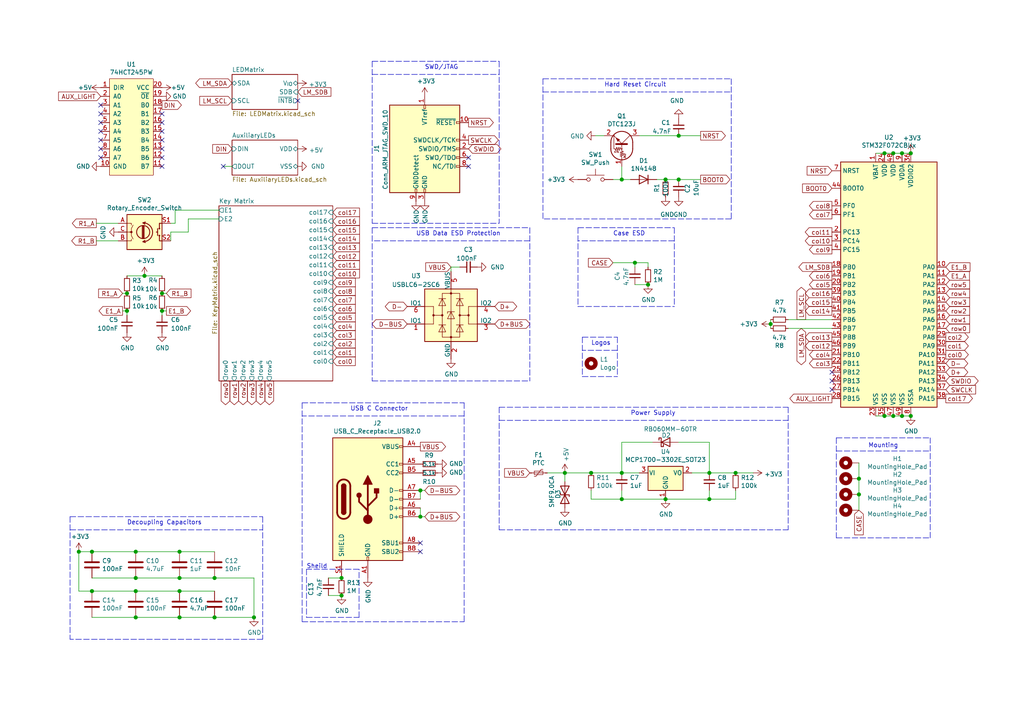
<source format=kicad_sch>
(kicad_sch (version 20211123) (generator eeschema)
  (paper "A4")
  (junction (at 46.99 85.09) (diameter 1.016))
  (junction (at 163.83 137.16) (diameter 1.016))
  (junction (at 261.62 120.65) (diameter 1.016))
  (junction (at 196.85 52.07) (diameter 1.016))
  (junction (at 256.54 44.45) (diameter 1.016))
  (junction (at 196.85 39.37) (diameter 1.016))
  (junction (at 249.1232 143.4084) (diameter 1.016))
  (junction (at 99.06 172.72) (diameter 1.016))
  (junction (at 52.07 160.02) (diameter 1.016))
  (junction (at 256.54 120.65) (diameter 1.016))
  (junction (at 39.37 179.07) (diameter 1.016))
  (junction (at 264.16 120.65) (diameter 1.016))
  (junction (at 193.04 144.78) (diameter 1.016))
  (junction (at 62.23 167.64) (diameter 1.016))
  (junction (at 264.16 44.45) (diameter 1.016))
  (junction (at 99.06 167.64) (diameter 1.016))
  (junction (at 180.34 144.78) (diameter 1.016))
  (junction (at 52.07 171.45) (diameter 1.016))
  (junction (at 52.07 179.07) (diameter 1.016))
  (junction (at 223.52 93.98) (diameter 1.016))
  (junction (at 39.37 171.45) (diameter 1.016))
  (junction (at 26.67 160.02) (diameter 1.016))
  (junction (at 259.08 44.45) (diameter 1.016))
  (junction (at 41.91 80.01) (diameter 1.016))
  (junction (at 180.34 52.07) (diameter 1.016))
  (junction (at 205.74 137.16) (diameter 1.016))
  (junction (at 22.86 160.02) (diameter 1.016))
  (junction (at 121.92 142.24) (diameter 1.016))
  (junction (at 193.04 52.07) (diameter 1.016))
  (junction (at 121.92 149.86) (diameter 1.016))
  (junction (at 26.67 171.45) (diameter 1.016))
  (junction (at 180.34 137.16) (diameter 1.016))
  (junction (at 73.66 179.07) (diameter 1.016))
  (junction (at 39.37 160.02) (diameter 1.016))
  (junction (at 39.37 167.64) (diameter 1.016))
  (junction (at 46.99 90.17) (diameter 1.016))
  (junction (at 171.45 137.16) (diameter 1.016))
  (junction (at 184.15 76.2) (diameter 1.016))
  (junction (at 205.74 144.78) (diameter 1.016))
  (junction (at 213.36 137.16) (diameter 1.016))
  (junction (at 62.23 179.07) (diameter 1.016))
  (junction (at 249.1232 138.8364) (diameter 1.016))
  (junction (at 52.07 167.64) (diameter 1.016))
  (junction (at 36.83 85.09) (diameter 1.016))
  (junction (at 259.08 120.65) (diameter 1.016))
  (junction (at 36.83 90.17) (diameter 1.016))
  (junction (at 261.62 44.45) (diameter 1.016))
  (junction (at 187.96 82.55) (diameter 1.016))
  (no_connect (at 46.99 48.26))
  (no_connect (at 121.92 160.02))
  (no_connect (at 46.99 43.18))
  (no_connect (at 46.99 40.64))
  (no_connect (at 29.21 30.48))
  (no_connect (at 135.89 45.72))
  (no_connect (at 46.99 38.1))
  (no_connect (at 64.77 48.26))
  (no_connect (at 46.99 33.02))
  (no_connect (at 86.36 29.21))
  (no_connect (at 241.3 113.03))
  (no_connect (at 241.3 110.49))
  (no_connect (at 241.3 107.95))
  (no_connect (at 46.99 45.72))
  (no_connect (at 121.92 157.48))
  (no_connect (at 29.21 40.64))
  (no_connect (at 135.89 48.26))
  (no_connect (at 29.21 38.1))
  (no_connect (at 29.21 35.56))
  (no_connect (at 46.99 35.56))
  (no_connect (at 29.21 45.72))
  (no_connect (at 29.21 43.18))
  (no_connect (at 29.21 33.02))
  (polyline (pts (xy 144.78 17.78) (xy 144.78 64.77)) (stroke (width 0) (type dash)))
  (wire (pts (xy 26.67 171.45) (xy 39.37 171.45)))
  (wire (pts (xy 180.34 128.27) (xy 189.23 128.27)))
  (wire (pts (xy 36.83 90.17) (xy 35.56 90.17)))
  (wire (pts (xy 49.53 67.31) (xy 54.61 67.31)))
  (polyline (pts (xy 168.91 109.22) (xy 179.07 109.22)) (stroke (width 0) (type dash)))
  (polyline (pts (xy 228.6 118.11) (xy 228.6 153.67)) (stroke (width 0) (type dash)))
  (polyline (pts (xy 195.58 69.85) (xy 167.64 69.85)) (stroke (width 0) (type dash)))
  (wire (pts (xy 180.34 144.78) (xy 193.04 144.78)))
  (wire (pts (xy 171.45 137.16) (xy 180.34 137.16)))
  (polyline (pts (xy 20.32 149.86) (xy 20.32 185.42)) (stroke (width 0) (type dash)))
  (polyline (pts (xy 76.2 185.42) (xy 20.32 185.42)) (stroke (width 0) (type dash)))
  (polyline (pts (xy 168.91 97.79) (xy 179.07 97.79)) (stroke (width 0) (type dash)))
  (wire (pts (xy 121.92 149.86) (xy 123.19 149.86)))
  (wire (pts (xy 193.04 144.78) (xy 205.74 144.78)))
  (wire (pts (xy 46.99 90.17) (xy 48.26 90.17)))
  (wire (pts (xy 254 44.45) (xy 256.54 44.45)))
  (wire (pts (xy 259.08 44.45) (xy 261.62 44.45)))
  (wire (pts (xy 62.23 179.07) (xy 73.66 179.07)))
  (wire (pts (xy 121.92 142.24) (xy 121.92 144.78)))
  (wire (pts (xy 39.37 160.02) (xy 52.07 160.02)))
  (wire (pts (xy 52.07 171.45) (xy 62.23 171.45)))
  (polyline (pts (xy 167.64 66.04) (xy 167.64 88.9)) (stroke (width 0) (type dash)))
  (wire (pts (xy 196.85 39.37) (xy 203.2 39.37)))
  (polyline (pts (xy 195.58 66.04) (xy 195.58 88.9)) (stroke (width 0) (type dash)))
  (wire (pts (xy 261.62 44.45) (xy 264.16 44.45)))
  (polyline (pts (xy 153.67 69.85) (xy 107.95 69.85)) (stroke (width 0) (type dash)))
  (wire (pts (xy 163.83 137.16) (xy 163.83 139.7)))
  (wire (pts (xy 49.53 69.85) (xy 49.53 67.31)))
  (polyline (pts (xy 107.95 64.77) (xy 144.78 64.77)) (stroke (width 0) (type dash)))
  (wire (pts (xy 256.54 44.45) (xy 259.08 44.45)))
  (wire (pts (xy 223.52 92.71) (xy 223.52 93.98)))
  (wire (pts (xy 158.75 137.16) (xy 163.83 137.16)))
  (wire (pts (xy 163.83 137.16) (xy 171.45 137.16)))
  (wire (pts (xy 22.86 160.02) (xy 22.86 171.45)))
  (polyline (pts (xy 20.32 149.86) (xy 76.2 149.86)) (stroke (width 0) (type dash)))
  (polyline (pts (xy 153.67 66.04) (xy 153.67 110.49)) (stroke (width 0) (type dash)))
  (wire (pts (xy 205.74 144.78) (xy 205.74 142.24)))
  (wire (pts (xy 256.54 120.65) (xy 259.08 120.65)))
  (wire (pts (xy 130.81 77.47) (xy 130.81 78.74)))
  (wire (pts (xy 133.35 77.47) (xy 130.81 77.47)))
  (wire (pts (xy 177.8 52.07) (xy 180.34 52.07)))
  (wire (pts (xy 26.67 167.64) (xy 39.37 167.64)))
  (wire (pts (xy 54.61 63.5) (xy 63.5 63.5)))
  (wire (pts (xy 185.42 39.37) (xy 196.85 39.37)))
  (polyline (pts (xy 157.48 26.67) (xy 212.09 26.67)) (stroke (width 0) (type dash)))
  (polyline (pts (xy 144.78 118.11) (xy 228.6 118.11)) (stroke (width 0) (type dash)))
  (wire (pts (xy 187.96 76.2) (xy 187.96 77.47)))
  (wire (pts (xy 39.37 167.64) (xy 52.07 167.64)))
  (wire (pts (xy 223.52 93.98) (xy 223.52 95.25)))
  (wire (pts (xy 205.74 137.16) (xy 213.36 137.16)))
  (wire (pts (xy 48.26 85.09) (xy 46.99 85.09)))
  (wire (pts (xy 22.86 171.45) (xy 26.67 171.45)))
  (wire (pts (xy 35.56 85.09) (xy 36.83 85.09)))
  (polyline (pts (xy 144.78 153.67) (xy 228.6 153.67)) (stroke (width 0) (type dash)))
  (wire (pts (xy 213.36 144.78) (xy 205.74 144.78)))
  (polyline (pts (xy 88.9 179.07) (xy 104.14 179.07)) (stroke (width 0) (type dash)))
  (wire (pts (xy 180.34 142.24) (xy 180.34 144.78)))
  (wire (pts (xy 39.37 179.07) (xy 26.67 179.07)))
  (wire (pts (xy 228.6 92.71) (xy 241.3 92.71)))
  (wire (pts (xy 95.25 172.72) (xy 99.06 172.72)))
  (wire (pts (xy 121.92 147.32) (xy 121.92 149.86)))
  (polyline (pts (xy 104.14 179.07) (xy 104.14 165.1)) (stroke (width 0) (type dash)))
  (polyline (pts (xy 88.9 165.1) (xy 88.9 179.07)) (stroke (width 0) (type dash)))
  (polyline (pts (xy 179.07 101.6) (xy 168.91 101.6)) (stroke (width 0) (type dash)))
  (polyline (pts (xy 107.95 110.49) (xy 153.67 110.49)) (stroke (width 0) (type dash)))
  (wire (pts (xy 190.5 52.07) (xy 193.04 52.07)))
  (polyline (pts (xy 167.64 66.04) (xy 195.58 66.04)) (stroke (width 0) (type dash)))
  (wire (pts (xy 39.37 171.45) (xy 52.07 171.45)))
  (wire (pts (xy 228.6 95.25) (xy 241.3 95.25)))
  (wire (pts (xy 213.36 142.24) (xy 213.36 144.78)))
  (wire (pts (xy 177.8 76.2) (xy 184.15 76.2)))
  (polyline (pts (xy 242.57 127) (xy 242.57 156.0068)) (stroke (width 0) (type dash)))
  (polyline (pts (xy 242.57 156.0068) (xy 269.7988 156.0068)) (stroke (width 0) (type dash)))
  (polyline (pts (xy 269.7988 156.0068) (xy 269.7988 127)) (stroke (width 0) (type dash)))
  (wire (pts (xy 36.83 91.44) (xy 36.83 90.17)))
  (wire (pts (xy 203.2 52.07) (xy 196.85 52.07)))
  (polyline (pts (xy 157.48 22.86) (xy 212.09 22.86)) (stroke (width 0) (type dash)))
  (wire (pts (xy 62.23 167.64) (xy 73.66 167.64)))
  (wire (pts (xy 52.07 160.02) (xy 62.23 160.02)))
  (wire (pts (xy 184.15 82.55) (xy 187.96 82.55)))
  (wire (pts (xy 184.15 76.2) (xy 187.96 76.2)))
  (wire (pts (xy 99.06 167.64) (xy 95.25 167.64)))
  (wire (pts (xy 26.67 160.02) (xy 39.37 160.02)))
  (wire (pts (xy 41.91 80.01) (xy 46.99 80.01)))
  (polyline (pts (xy 242.57 127) (xy 269.7988 127)) (stroke (width 0) (type dash)))
  (wire (pts (xy 172.72 39.37) (xy 175.26 39.37)))
  (wire (pts (xy 171.45 142.24) (xy 171.45 144.78)))
  (wire (pts (xy 123.19 142.24) (xy 121.92 142.24)))
  (wire (pts (xy 213.36 137.16) (xy 218.44 137.16)))
  (wire (pts (xy 185.42 137.16) (xy 180.34 137.16)))
  (polyline (pts (xy 87.63 116.84) (xy 87.63 180.34)) (stroke (width 0) (type dash)))
  (polyline (pts (xy 167.64 88.9) (xy 195.58 88.9)) (stroke (width 0) (type dash)))
  (polyline (pts (xy 87.63 116.84) (xy 134.62 116.84)) (stroke (width 0) (type dash)))
  (polyline (pts (xy 144.78 118.11) (xy 144.78 153.67)) (stroke (width 0) (type dash)))
  (polyline (pts (xy 107.95 17.78) (xy 107.95 64.77)) (stroke (width 0) (type dash)))
  (wire (pts (xy 261.62 120.65) (xy 264.16 120.65)))
  (polyline (pts (xy 107.95 21.59) (xy 144.78 21.59)) (stroke (width 0) (type dash)))
  (wire (pts (xy 22.86 160.02) (xy 26.67 160.02)))
  (wire (pts (xy 36.83 80.01) (xy 41.91 80.01)))
  (wire (pts (xy 27.94 69.85) (xy 34.29 69.85)))
  (polyline (pts (xy 76.2 149.86) (xy 76.2 185.42)) (stroke (width 0) (type dash)))
  (wire (pts (xy 52.07 167.64) (xy 62.23 167.64)))
  (wire (pts (xy 180.34 128.27) (xy 180.34 137.16)))
  (wire (pts (xy 254 120.65) (xy 256.54 120.65)))
  (wire (pts (xy 67.31 48.26) (xy 64.77 48.26)))
  (polyline (pts (xy 107.95 66.04) (xy 153.67 66.04)) (stroke (width 0) (type dash)))
  (polyline (pts (xy 179.07 97.79) (xy 179.07 109.22)) (stroke (width 0) (type dash)))
  (polyline (pts (xy 104.14 165.1) (xy 88.9 165.1)) (stroke (width 0) (type dash)))
  (polyline (pts (xy 242.57 130.81) (xy 269.7988 130.81)) (stroke (width 0) (type dash)))
  (wire (pts (xy 193.04 52.07) (xy 196.85 52.07)))
  (wire (pts (xy 180.34 52.07) (xy 180.34 48.26)))
  (wire (pts (xy 249.1232 134.2644) (xy 249.1232 138.8364)))
  (wire (pts (xy 249.1232 138.8364) (xy 249.1232 143.4084)))
  (wire (pts (xy 249.1232 143.4084) (xy 249.1232 147.9804)))
  (wire (pts (xy 205.74 137.16) (xy 200.66 137.16)))
  (polyline (pts (xy 212.09 22.86) (xy 212.09 63.5)) (stroke (width 0) (type dash)))
  (wire (pts (xy 259.08 120.65) (xy 261.62 120.65)))
  (wire (pts (xy 196.85 128.27) (xy 205.74 128.27)))
  (wire (pts (xy 50.8 64.77) (xy 50.8 60.96)))
  (wire (pts (xy 180.34 52.07) (xy 182.88 52.07)))
  (wire (pts (xy 171.45 144.78) (xy 180.34 144.78)))
  (polyline (pts (xy 168.91 97.79) (xy 168.91 109.22)) (stroke (width 0) (type dash)))
  (polyline (pts (xy 107.95 66.04) (xy 107.95 110.49)) (stroke (width 0) (type dash)))
  (wire (pts (xy 184.15 77.47) (xy 184.15 76.2)))
  (polyline (pts (xy 107.95 17.78) (xy 144.78 17.78)) (stroke (width 0) (type dash)))
  (wire (pts (xy 52.07 179.07) (xy 62.23 179.07)))
  (wire (pts (xy 49.53 64.77) (xy 50.8 64.77)))
  (wire (pts (xy 54.61 67.31) (xy 54.61 63.5)))
  (wire (pts (xy 27.94 64.77) (xy 34.29 64.77)))
  (polyline (pts (xy 144.78 121.92) (xy 228.6 121.92)) (stroke (width 0) (type dash)))
  (wire (pts (xy 52.07 179.07) (xy 39.37 179.07)))
  (polyline (pts (xy 157.48 22.86) (xy 157.48 63.5)) (stroke (width 0) (type dash)))
  (wire (pts (xy 46.99 91.44) (xy 46.99 90.17)))
  (polyline (pts (xy 20.32 153.67) (xy 76.2 153.67)) (stroke (width 0) (type dash)))
  (polyline (pts (xy 87.63 180.34) (xy 134.62 180.34)) (stroke (width 0) (type dash)))
  (wire (pts (xy 73.66 167.64) (xy 73.66 179.07)))
  (wire (pts (xy 50.8 60.96) (xy 63.5 60.96)))
  (polyline (pts (xy 134.62 120.65) (xy 87.63 120.65)) (stroke (width 0) (type dash)))
  (polyline (pts (xy 212.09 63.5) (xy 157.48 63.5)) (stroke (width 0) (type dash)))
  (polyline (pts (xy 134.62 116.84) (xy 134.62 180.34)) (stroke (width 0) (type dash)))
  (wire (pts (xy 205.74 128.27) (xy 205.74 137.16)))
  (text "Mounting" (at 251.8156 130.048 0) (effects (font (size 1.27 1.27)) (justify left bottom)))
  (text "Power Supply" (at 182.88 120.65 0) (effects (font (size 1.27 1.27)) (justify left bottom)))
  (text "Logos" (at 171.45 100.33 0) (effects (font (size 1.27 1.27)) (justify left bottom)))
  (text "USB C Connector" (at 101.6 119.38 0) (effects (font (size 1.27 1.27)) (justify left bottom)))
  (text "USB Data ESD Protection" (at 120.65 68.58 0) (effects (font (size 1.27 1.27)) (justify left bottom)))
  (text "SWD/JTAG\n" (at 123.19 20.32 0) (effects (font (size 1.27 1.27)) (justify left bottom)))
  (text "Case ESD" (at 177.8 68.58 0) (effects (font (size 1.27 1.27)) (justify left bottom)))
  (text "Decoupling Capacitors" (at 36.83 152.4 0) (effects (font (size 1.27 1.27)) (justify left bottom)))
  (text "Sheild\n" (at 88.9 165.1 0) (effects (font (size 1.27 1.27)) (justify left bottom)))
  (text "Hard Reset Circuit\n" (at 175.26 25.4 0) (effects (font (size 1.27 1.27)) (justify left bottom)))
  (global_label "SWDIO" (shape bidirectional) (at 274.32 110.49 0) (property "Intersheet References" "${INTERSHEET_REFS}" (effects hide)))
  (global_label "row0" (shape input) (at 274.32 95.25 0) (property "Intersheet References" "${INTERSHEET_REFS}" (effects hide)))
  (global_label "col6" (shape input) (at 96.52 89.535 0) (property "Intersheet References" "${INTERSHEET_REFS}" (effects hide)))
  (global_label "col2" (shape input) (at 96.52 99.695 0) (property "Intersheet References" "${INTERSHEET_REFS}" (effects hide)))
  (global_label "CASE" (shape input) (at 249.1232 147.9804 270) (property "Intersheet References" "${INTERSHEET_REFS}" (effects hide)))
  (global_label "col15" (shape output) (at 241.3 87.63 180) (property "Intersheet References" "${INTERSHEET_REFS}" (effects hide)))
  (global_label "row5" (shape output) (at 78.105 110.49 270) (property "Intersheet References" "${INTERSHEET_REFS}" (effects hide)))
  (global_label "col16" (shape output) (at 241.3 85.09 180) (property "Intersheet References" "${INTERSHEET_REFS}" (effects hide)))
  (global_label "D+" (shape bidirectional) (at 274.32 107.95 0) (property "Intersheet References" "${INTERSHEET_REFS}" (effects hide)))
  (global_label "col2" (shape output) (at 274.32 97.79 0) (property "Intersheet References" "${INTERSHEET_REFS}" (effects hide)))
  (global_label "col14" (shape output) (at 241.3 90.17 180) (property "Intersheet References" "${INTERSHEET_REFS}" (effects hide)))
  (global_label "D+BUS" (shape bidirectional) (at 143.51 93.98 0) (property "Intersheet References" "${INTERSHEET_REFS}" (effects hide)))
  (global_label "col15" (shape input) (at 96.52 66.675 0) (property "Intersheet References" "${INTERSHEET_REFS}" (effects hide)))
  (global_label "E1_B" (shape output) (at 48.26 90.17 0) (property "Intersheet References" "${INTERSHEET_REFS}" (effects hide)))
  (global_label "R1_A" (shape input) (at 35.56 85.09 180) (property "Intersheet References" "${INTERSHEET_REFS}" (effects hide)))
  (global_label "R1_B" (shape input) (at 48.26 85.09 0) (property "Intersheet References" "${INTERSHEET_REFS}" (effects hide)))
  (global_label "row4" (shape input) (at 274.32 85.09 0) (property "Intersheet References" "${INTERSHEET_REFS}" (effects hide)))
  (global_label "NRST" (shape output) (at 135.89 35.56 0) (property "Intersheet References" "${INTERSHEET_REFS}" (effects hide)))
  (global_label "row3" (shape output) (at 73.025 110.49 270) (property "Intersheet References" "${INTERSHEET_REFS}" (effects hide)))
  (global_label "col7" (shape output) (at 241.3 62.23 180) (property "Intersheet References" "${INTERSHEET_REFS}" (effects hide)))
  (global_label "col3" (shape input) (at 96.52 97.155 0) (property "Intersheet References" "${INTERSHEET_REFS}" (effects hide)))
  (global_label "col3" (shape output) (at 241.3 105.41 180) (property "Intersheet References" "${INTERSHEET_REFS}" (effects hide)))
  (global_label "col5" (shape output) (at 241.3 82.55 180) (property "Intersheet References" "${INTERSHEET_REFS}" (effects hide)))
  (global_label "col13" (shape output) (at 241.3 97.79 180) (property "Intersheet References" "${INTERSHEET_REFS}" (effects hide)))
  (global_label "col14" (shape input) (at 96.52 69.215 0) (property "Intersheet References" "${INTERSHEET_REFS}" (effects hide)))
  (global_label "col9" (shape output) (at 241.3 72.39 180) (property "Intersheet References" "${INTERSHEET_REFS}" (effects hide)))
  (global_label "D+BUS" (shape bidirectional) (at 123.19 149.86 0) (property "Intersheet References" "${INTERSHEET_REFS}" (effects hide)))
  (global_label "E1_B" (shape input) (at 274.32 77.47 0) (property "Intersheet References" "${INTERSHEET_REFS}" (effects hide)))
  (global_label "D-" (shape bidirectional) (at 118.11 88.9 180) (property "Intersheet References" "${INTERSHEET_REFS}" (effects hide)))
  (global_label "col0" (shape output) (at 274.32 102.87 0) (property "Intersheet References" "${INTERSHEET_REFS}" (effects hide)))
  (global_label "row4" (shape output) (at 75.565 110.49 270) (property "Intersheet References" "${INTERSHEET_REFS}" (effects hide)))
  (global_label "D-" (shape bidirectional) (at 274.32 105.41 0) (property "Intersheet References" "${INTERSHEET_REFS}" (effects hide)))
  (global_label "row1" (shape output) (at 67.945 110.49 270) (property "Intersheet References" "${INTERSHEET_REFS}" (effects hide)))
  (global_label "col7" (shape input) (at 96.52 86.995 0) (property "Intersheet References" "${INTERSHEET_REFS}" (effects hide)))
  (global_label "LM_SDA" (shape bidirectional) (at 232.41 95.25 270) (property "Intersheet References" "${INTERSHEET_REFS}" (effects hide)))
  (global_label "LM_SDA" (shape bidirectional) (at 67.31 24.13 180) (property "Intersheet References" "${INTERSHEET_REFS}" (effects hide)))
  (global_label "LM_SDB" (shape output) (at 241.3 77.47 180) (property "Intersheet References" "${INTERSHEET_REFS}" (effects hide)))
  (global_label "col8" (shape output) (at 241.3 59.69 180) (property "Intersheet References" "${INTERSHEET_REFS}" (effects hide)))
  (global_label "col10" (shape output) (at 241.3 69.85 180) (property "Intersheet References" "${INTERSHEET_REFS}" (effects hide)))
  (global_label "R1_A" (shape output) (at 27.94 64.77 180) (property "Intersheet References" "${INTERSHEET_REFS}" (effects hide)))
  (global_label "LM_SCL" (shape output) (at 232.41 92.71 90) (property "Intersheet References" "${INTERSHEET_REFS}" (effects hide)))
  (global_label "row2" (shape output) (at 70.485 110.49 270) (property "Intersheet References" "${INTERSHEET_REFS}" (effects hide)))
  (global_label "D+" (shape bidirectional) (at 143.51 88.9 0) (property "Intersheet References" "${INTERSHEET_REFS}" (effects hide)))
  (global_label "col12" (shape output) (at 241.3 100.33 180) (property "Intersheet References" "${INTERSHEET_REFS}" (effects hide)))
  (global_label "col16" (shape input) (at 96.52 64.135 0) (property "Intersheet References" "${INTERSHEET_REFS}" (effects hide)))
  (global_label "DIN" (shape output) (at 46.99 30.48 0) (property "Intersheet References" "${INTERSHEET_REFS}" (effects hide)))
  (global_label "col1" (shape input) (at 96.52 102.235 0) (property "Intersheet References" "${INTERSHEET_REFS}" (effects hide)))
  (global_label "SWCLK" (shape output) (at 135.89 40.64 0) (property "Intersheet References" "${INTERSHEET_REFS}" (effects hide)))
  (global_label "col11" (shape input) (at 96.52 76.835 0) (property "Intersheet References" "${INTERSHEET_REFS}" (effects hide)))
  (global_label "col11" (shape output) (at 241.3 67.31 180) (property "Intersheet References" "${INTERSHEET_REFS}" (effects hide)))
  (global_label "col4" (shape input) (at 96.52 94.615 0) (property "Intersheet References" "${INTERSHEET_REFS}" (effects hide)))
  (global_label "SWDIO" (shape bidirectional) (at 135.89 43.18 0) (property "Intersheet References" "${INTERSHEET_REFS}" (effects hide)))
  (global_label "LM_SCL" (shape input) (at 67.31 29.21 180) (property "Intersheet References" "${INTERSHEET_REFS}" (effects hide)))
  (global_label "E1_A" (shape input) (at 274.32 80.01 0) (property "Intersheet References" "${INTERSHEET_REFS}" (effects hide)))
  (global_label "SWCLK" (shape input) (at 274.32 113.03 0) (property "Intersheet References" "${INTERSHEET_REFS}" (effects hide)))
  (global_label "AUX_LIGHT" (shape output) (at 241.3 115.57 180) (property "Intersheet References" "${INTERSHEET_REFS}" (effects hide)))
  (global_label "col1" (shape output) (at 274.32 100.33 0) (property "Intersheet References" "${INTERSHEET_REFS}" (effects hide)))
  (global_label "col9" (shape input) (at 96.52 81.915 0) (property "Intersheet References" "${INTERSHEET_REFS}" (effects hide)))
  (global_label "row2" (shape input) (at 274.32 90.17 0) (property "Intersheet References" "${INTERSHEET_REFS}" (effects hide)))
  (global_label "R1_B" (shape output) (at 27.94 69.85 180) (property "Intersheet References" "${INTERSHEET_REFS}" (effects hide)))
  (global_label "BOOT0" (shape output) (at 203.2 52.07 0) (property "Intersheet References" "${INTERSHEET_REFS}" (effects hide)))
  (global_label "E1_A" (shape output) (at 35.56 90.17 180) (property "Intersheet References" "${INTERSHEET_REFS}" (effects hide)))
  (global_label "VBUS" (shape input) (at 130.81 77.47 180) (property "Intersheet References" "${INTERSHEET_REFS}" (effects hide)))
  (global_label "VBUS" (shape output) (at 121.92 129.54 0) (property "Intersheet References" "${INTERSHEET_REFS}" (effects hide)))
  (global_label "col12" (shape input) (at 96.52 74.295 0) (property "Intersheet References" "${INTERSHEET_REFS}" (effects hide)))
  (global_label "VBUS" (shape input) (at 153.67 137.16 180) (property "Intersheet References" "${INTERSHEET_REFS}" (effects hide)))
  (global_label "col17" (shape output) (at 274.32 115.57 0) (property "Intersheet References" "${INTERSHEET_REFS}" (effects hide)))
  (global_label "NRST" (shape output) (at 203.2 39.37 0) (property "Intersheet References" "${INTERSHEET_REFS}" (effects hide)))
  (global_label "LM_SDB" (shape input) (at 86.36 26.67 0) (property "Intersheet References" "${INTERSHEET_REFS}" (effects hide)))
  (global_label "D-BUS" (shape bidirectional) (at 123.19 142.24 0) (property "Intersheet References" "${INTERSHEET_REFS}" (effects hide)))
  (global_label "BOOT0" (shape input) (at 241.3 54.61 180) (property "Intersheet References" "${INTERSHEET_REFS}" (effects hide)))
  (global_label "NRST" (shape input) (at 241.3 49.53 180) (property "Intersheet References" "${INTERSHEET_REFS}" (effects hide)))
  (global_label "AUX_LIGHT" (shape input) (at 29.21 27.94 180) (property "Intersheet References" "${INTERSHEET_REFS}" (effects hide)))
  (global_label "row5" (shape input) (at 274.32 82.55 0) (property "Intersheet References" "${INTERSHEET_REFS}" (effects hide)))
  (global_label "col6" (shape output) (at 241.3 80.01 180) (property "Intersheet References" "${INTERSHEET_REFS}" (effects hide)))
  (global_label "CASE" (shape input) (at 177.8 76.2 180) (property "Intersheet References" "${INTERSHEET_REFS}" (effects hide)))
  (global_label "col8" (shape input) (at 96.52 84.455 0) (property "Intersheet References" "${INTERSHEET_REFS}" (effects hide)))
  (global_label "col13" (shape input) (at 96.52 71.755 0) (property "Intersheet References" "${INTERSHEET_REFS}" (effects hide)))
  (global_label "col17" (shape input) (at 96.52 61.595 0) (property "Intersheet References" "${INTERSHEET_REFS}" (effects hide)))
  (global_label "col4" (shape output) (at 241.3 102.87 180) (property "Intersheet References" "${INTERSHEET_REFS}" (effects hide)))
  (global_label "row0" (shape output) (at 65.405 110.49 270) (property "Intersheet References" "${INTERSHEET_REFS}" (effects hide)))
  (global_label "row1" (shape input) (at 274.32 92.71 0) (property "Intersheet References" "${INTERSHEET_REFS}" (effects hide)))
  (global_label "col5" (shape input) (at 96.52 92.075 0) (property "Intersheet References" "${INTERSHEET_REFS}" (effects hide)))
  (global_label "col10" (shape input) (at 96.52 79.375 0) (property "Intersheet References" "${INTERSHEET_REFS}" (effects hide)))
  (global_label "DIN" (shape input) (at 67.31 43.18 180) (property "Intersheet References" "${INTERSHEET_REFS}" (effects hide)))
  (global_label "row3" (shape input) (at 274.32 87.63 0) (property "Intersheet References" "${INTERSHEET_REFS}" (effects hide)))
  (global_label "D-BUS" (shape bidirectional) (at 118.11 93.98 180) (property "Intersheet References" "${INTERSHEET_REFS}" (effects hide)))
  (global_label "col0" (shape input) (at 96.52 104.775 0) (property "Intersheet References" "${INTERSHEET_REFS}" (effects hide)))
  (symbol (lib_id "power:GND") (at 130.81 104.14 0) (unit 1)
    (property "Reference" "#PWR024" (effects hide))
    (property "Value" "GND" (at 130.937 108.5342 0))
  )
  (symbol (lib_id "Connector:Conn_ARM_JTAG_SWD_10") (at 123.19 43.18 0) (unit 1)
    (property "Reference" "J1" (at 109.22 41.91 90) (effects (justify right)))
    (property "Value" "Conn_ARM_JTAG_SWD_10" (at 111.76 31.75 90) (effects (justify right)))
    (property "Footprint" "Connector_PinHeader_2.54mm:PinHeader_2x05_P2.54mm_Vertical" (effects hide))
    (property "Datasheet" "http://infocenter.arm.com/help/topic/com.arm.doc.ddi0314h/DDI0314H_coresight_components_trm.pdf" (effects hide))
  )
  (symbol (lib_id "Device:R_Small") (at 124.46 134.62 270) (unit 1)
    (property "Reference" "R9" (at 124.46 132.08 90))
    (property "Value" "5.1k" (at 124.46 134.62 90) (effects (font (size 1.0922 1.0922))))
    (property "Footprint" "Resistor_SMD:R_0603_1608Metric_Pad1.05x0.95mm_HandSolder" (effects hide))
  )
  (symbol (lib_id "power:GND") (at 106.68 167.64 0) (unit 1)
    (property "Reference" "#PWR033" (effects hide))
    (property "Value" "GND" (at 106.807 170.8912 90) (effects (justify right)))
  )
  (symbol (lib_id "power:+5V") (at 163.83 137.16 0) (unit 1)
    (property "Reference" "#PWR028" (effects hide))
    (property "Value" "+5V" (at 164.211 133.9088 90) (effects (justify left)))
  )
  (symbol (lib_id "power:GND") (at 127 137.16 90) (unit 1)
    (property "Reference" "#PWR027" (effects hide))
    (property "Value" "GND" (at 130.2512 137.033 90) (effects (justify right)))
  )
  (symbol (lib_id "power:GND") (at 127 134.62 90) (unit 1)
    (property "Reference" "#PWR026" (effects hide))
    (property "Value" "GND" (at 130.2512 134.493 90) (effects (justify right)))
  )
  (symbol (lib_id "Device:R_Small") (at 124.46 137.16 270) (unit 1)
    (property "Reference" "R10" (at 124.46 139.7 90))
    (property "Value" "5.1k" (at 124.46 137.16 90) (effects (font (size 1.0922 1.0922))))
    (property "Footprint" "Resistor_SMD:R_0603_1608Metric_Pad1.05x0.95mm_HandSolder" (effects hide))
  )
  (symbol (lib_id "power:GND") (at 264.16 120.65 0) (unit 1)
    (property "Reference" "#PWR025" (effects hide))
    (property "Value" "GND" (at 264.287 125.0442 0))
  )
  (symbol (lib_id "power:+3.3V") (at 264.16 44.45 0) (unit 1)
    (property "Reference" "#PWR09" (effects hide))
    (property "Value" "+3.3V" (at 264.541 40.0558 0))
  )
  (symbol (lib_id "Uranium-rescue:USB_C_Receptacle_USB2.0-Connector") (at 106.68 144.78 0) (unit 1)
    (property "Reference" "J2" (at 109.3978 122.7582 0))
    (property "Value" "USB_C_Receptacle_USB2.0" (at 109.3978 125.0696 0))
    (property "Footprint" "Connector_USB:USB_C_Receptacle_HRO_TYPE-C-31-M-12" (effects hide))
    (property "Datasheet" "https://www.usb.org/sites/default/files/documents/usb_type-c.zip" (effects hide))
  )
  (symbol (lib_id "Device:C_Small") (at 95.25 170.18 180) (unit 1)
    (property "Reference" "C13" (at 90.17 168.91 90) (effects (justify left)))
    (property "Value" "4.7nF" (at 92.71 167.64 90) (effects (justify left)))
    (property "Footprint" "Capacitor_SMD:C_0603_1608Metric_Pad1.05x0.95mm_HandSolder" (effects hide))
  )
  (symbol (lib_id "Device:R_Small") (at 99.06 170.18 0) (unit 1)
    (property "Reference" "R13" (at 100.5586 169.0116 0) (effects (justify left)))
    (property "Value" "1M" (at 100.5586 171.323 0) (effects (justify left)))
    (property "Footprint" "Resistor_SMD:R_0603_1608Metric_Pad1.05x0.95mm_HandSolder" (effects hide))
  )
  (symbol (lib_id "power:GND") (at 99.06 172.72 0) (unit 1)
    (property "Reference" "#PWR034" (effects hide))
    (property "Value" "GND" (at 99.187 177.1142 0))
  )
  (symbol (lib_id "Device:Polyfuse_Small") (at 156.21 137.16 270) (unit 1)
    (property "Reference" "F1" (at 156.21 131.953 90))
    (property "Value" "PTC" (at 156.21 134.2644 90))
    (property "Footprint" "Fuse:Fuse_1206_3216Metric_Pad1.42x1.75mm_HandSolder" (effects hide))
  )
  (symbol (lib_id "Device:D_TVS") (at 163.83 143.51 90) (unit 1)
    (property "Reference" "D3" (at 161.8234 144.6784 0) (effects (justify left)))
    (property "Value" "SMF9.0CA" (at 160.02 147.32 0) (effects (justify left)))
    (property "Footprint" "Diode_SMD:D_SOD-123F" (effects hide))
  )
  (symbol (lib_id "power:GND") (at 163.83 147.32 0) (unit 1)
    (property "Reference" "#PWR031" (effects hide))
    (property "Value" "GND" (at 163.957 151.7142 0))
  )
  (symbol (lib_id "power:GND") (at 193.04 144.78 0) (unit 1)
    (property "Reference" "#PWR030" (effects hide))
    (property "Value" "GND" (at 193.167 149.1742 0))
  )
  (symbol (lib_id "power:+3.3V") (at 123.19 27.94 0) (unit 1)
    (property "Reference" "#PWR05" (effects hide))
    (property "Value" "+3.3V" (at 123.571 23.5458 0))
  )
  (symbol (lib_id "power:GND") (at 120.65 58.42 0) (unit 1)
    (property "Reference" "#PWR015" (effects hide))
    (property "Value" "GND" (at 120.777 62.8142 90))
  )
  (symbol (lib_id "power:GND") (at 123.19 58.42 0) (unit 1)
    (property "Reference" "#PWR016" (effects hide))
    (property "Value" "GND" (at 123.317 62.8142 90))
  )
  (symbol (lib_id "power:GND") (at 172.72 39.37 270) (unit 1)
    (property "Reference" "#PWR07" (effects hide))
    (property "Value" "GND" (at 169.4688 39.497 90) (effects (justify right)))
  )
  (symbol (lib_id "Device:C_Small") (at 196.85 36.83 0) (unit 1)
    (property "Reference" "C1" (at 191.77 35.56 0) (effects (justify left)))
    (property "Value" "4.7nF" (at 189.23 38.1 0) (effects (justify left)))
    (property "Footprint" "Capacitor_SMD:C_0603_1608Metric_Pad1.05x0.95mm_HandSolder" (effects hide))
  )
  (symbol (lib_id "power:GND") (at 196.85 34.29 180) (unit 1)
    (property "Reference" "#PWR06" (effects hide))
    (property "Value" "GND" (at 194.31 29.21 0) (effects (justify right)))
  )
  (symbol (lib_id "Switch:SW_Push") (at 172.72 52.07 0) (unit 1)
    (property "Reference" "SW1" (at 172.72 44.831 0))
    (property "Value" "SW_Push" (at 172.72 47.1424 0))
    (property "Footprint" "Button_Switch_SMD:SW_SPST_SKQG_WithStem" (effects hide))
  )
  (symbol (lib_id "Transistor_BJT:DTC123J") (at 180.34 41.91 270) (mirror x) (unit 1)
    (property "Reference" "Q1" (at 180.34 33.655 90))
    (property "Value" "DTC123J" (at 180.34 35.9664 90))
    (property "Footprint" "Package_TO_SOT_SMD:SOT-323_SC-70_Handsoldering" (effects hide))
  )
  (symbol (lib_id "power:+3.3V") (at 167.64 52.07 90) (unit 1)
    (property "Reference" "#PWR012" (effects hide))
    (property "Value" "+3.3V" (at 161.29 52.07 90))
  )
  (symbol (lib_id "Device:R_Small") (at 193.04 54.61 0) (unit 1)
    (property "Reference" "R1" (at 190.5 55.88 90) (effects (justify left)))
    (property "Value" "100k" (at 193.04 57.15 90) (effects (justify left)))
    (property "Footprint" "Resistor_SMD:R_0603_1608Metric_Pad1.05x0.95mm_HandSolder" (effects hide))
  )
  (symbol (lib_id "Device:C_Small") (at 196.85 54.61 180) (unit 1)
    (property "Reference" "C2" (at 199.39 53.34 90) (effects (justify left)))
    (property "Value" "10uF" (at 201.93 52.07 90) (effects (justify left)))
    (property "Footprint" "Capacitor_SMD:C_0603_1608Metric_Pad1.05x0.95mm_HandSolder" (effects hide))
  )
  (symbol (lib_id "power:GND") (at 196.85 57.15 0) (unit 1)
    (property "Reference" "#PWR014" (effects hide))
    (property "Value" "GND" (at 199.39 62.23 0) (effects (justify right)))
  )
  (symbol (lib_id "power:GND") (at 193.04 57.15 0) (unit 1)
    (property "Reference" "#PWR013" (effects hide))
    (property "Value" "GND" (at 195.58 62.23 0) (effects (justify right)))
  )
  (symbol (lib_id "Device:C_Small") (at 184.15 80.01 180) (unit 1)
    (property "Reference" "C4" (at 179.07 78.74 90) (effects (justify left)))
    (property "Value" "4.7nF" (at 181.61 77.47 90) (effects (justify left)))
    (property "Footprint" "Capacitor_SMD:C_0603_1608Metric_Pad1.05x0.95mm_HandSolder" (effects hide))
  )
  (symbol (lib_id "Device:R_Small") (at 187.96 80.01 0) (unit 1)
    (property "Reference" "R2" (at 189.4586 78.8416 0) (effects (justify left)))
    (property "Value" "1M" (at 189.4586 81.153 0) (effects (justify left)))
    (property "Footprint" "Resistor_SMD:R_0603_1608Metric_Pad1.05x0.95mm_HandSolder" (effects hide))
  )
  (symbol (lib_id "power:GND") (at 187.96 82.55 0) (unit 1)
    (property "Reference" "#PWR020" (effects hide))
    (property "Value" "GND" (at 188.087 86.9442 0))
  )
  (symbol (lib_id "Device:C_Small") (at 135.89 77.47 90) (unit 1)
    (property "Reference" "C3" (at 137.16 72.39 90) (effects (justify left)))
    (property "Value" "100nF" (at 138.43 74.93 90) (effects (justify left)))
    (property "Footprint" "Capacitor_SMD:C_0603_1608Metric_Pad1.05x0.95mm_HandSolder" (effects hide))
  )
  (symbol (lib_id "power:GND") (at 138.43 77.47 90) (unit 1)
    (property "Reference" "#PWR018" (effects hide))
    (property "Value" "GND" (at 142.24 77.47 90) (effects (justify right)))
  )
  (symbol (lib_id "Device:Rotary_Encoder_Switch") (at 41.91 67.31 0) (unit 1)
    (property "Reference" "SW2" (at 41.91 57.9882 0))
    (property "Value" "Rotary_Encoder_Switch" (at 41.91 60.2996 0))
    (property "Footprint" "Rotary_Encoder:RotaryEncoder_Alps_EC11E-Switch_Vertical_H20mm_1u" (effects hide))
  )
  (symbol (lib_id "power:+3.3V") (at 218.44 137.16 270) (unit 1)
    (property "Reference" "#PWR029" (effects hide))
    (property "Value" "+3.3V" (at 221.6912 137.541 90) (effects (justify left)))
  )
  (symbol (lib_id "Regulator_Linear:MCP1700-3302E_SOT23") (at 193.04 137.16 0) (unit 1)
    (property "Reference" "U4" (at 193.04 131.0132 0))
    (property "Value" "MCP1700-3302E_SOT23" (at 193.04 133.3246 0))
    (property "Footprint" "Package_TO_SOT_SMD:SOT-23_Handsoldering" (effects hide))
    (property "Datasheet" "http://ww1.microchip.com/downloads/en/DeviceDoc/20001826D.pdf" (effects hide))
  )
  (symbol (lib_id "Device:C_Small") (at 205.74 139.7 180) (unit 1)
    (property "Reference" "C8" (at 208.0768 138.5316 0) (effects (justify right)))
    (property "Value" "1uF" (at 208.0768 140.843 0) (effects (justify right)))
    (property "Footprint" "Capacitor_SMD:C_0603_1608Metric_Pad1.05x0.95mm_HandSolder" (effects hide))
  )
  (symbol (lib_id "Device:C_Small") (at 180.34 139.7 180) (unit 1)
    (property "Reference" "C7" (at 182.6768 138.5316 0) (effects (justify right)))
    (property "Value" "1uF" (at 182.6768 140.843 0) (effects (justify right)))
    (property "Footprint" "Capacitor_SMD:C_0603_1608Metric_Pad1.05x0.95mm_HandSolder" (effects hide))
  )
  (symbol (lib_id "Device:R_Small") (at 171.45 139.7 0) (unit 1)
    (property "Reference" "R11" (at 172.9486 138.5316 0) (effects (justify left)))
    (property "Value" "100k" (at 172.9486 140.843 0) (effects (justify left)))
    (property "Footprint" "Resistor_SMD:R_0603_1608Metric_Pad1.05x0.95mm_HandSolder" (effects hide))
  )
  (symbol (lib_id "Device:D_Schottky") (at 193.04 128.27 0) (unit 1)
    (property "Reference" "D2" (at 191.8716 126.2634 0) (effects (justify left)))
    (property "Value" "RB060MM-60TR" (at 186.69 124.46 0) (effects (justify left)))
    (property "Footprint" "Diode_SMD:D_SOD-123F" (effects hide))
  )
  (symbol (lib_id "Device:R_Small") (at 213.36 139.7 0) (unit 1)
    (property "Reference" "R12" (at 214.8586 138.5316 0) (effects (justify left)))
    (property "Value" "100k" (at 214.8586 140.843 0) (effects (justify left)))
    (property "Footprint" "Resistor_SMD:R_0603_1608Metric_Pad1.05x0.95mm_HandSolder" (effects hide))
  )
  (symbol (lib_id "Device:C") (at 39.37 163.83 0) (unit 1)
    (property "Reference" "C10" (at 42.291 162.6616 0) (effects (justify left)))
    (property "Value" "4.7uF" (at 42.291 164.973 0) (effects (justify left)))
    (property "Footprint" "Capacitor_SMD:C_0603_1608Metric_Pad1.05x0.95mm_HandSolder" (effects hide))
  )
  (symbol (lib_id "power:+3.3V") (at 22.86 160.02 0) (unit 1)
    (property "Reference" "#PWR032" (effects hide))
    (property "Value" "+3.3V" (at 23.241 155.6258 0))
  )
  (symbol (lib_id "Device:C") (at 52.07 175.26 0) (unit 1)
    (property "Reference" "C16" (at 54.991 174.0916 0) (effects (justify left)))
    (property "Value" "4.7uF" (at 54.991 176.403 0) (effects (justify left)))
    (property "Footprint" "Capacitor_SMD:C_0603_1608Metric_Pad1.05x0.95mm_HandSolder" (effects hide))
  )
  (symbol (lib_id "Device:C") (at 62.23 163.83 0) (unit 1)
    (property "Reference" "C12" (at 65.151 162.6616 0) (effects (justify left)))
    (property "Value" "10nF" (at 65.151 164.973 0) (effects (justify left)))
    (property "Footprint" "Capacitor_SMD:C_0603_1608Metric_Pad1.05x0.95mm_HandSolder" (effects hide))
  )
  (symbol (lib_id "power:GND") (at 34.29 67.31 270) (unit 1)
    (property "Reference" "#PWR017" (effects hide))
    (property "Value" "GND" (at 29.8958 67.437 0))
  )
  (symbol (lib_id "PeriodBoards:74HCT245PW") (at 38.1 36.83 0) (unit 1)
    (property "Reference" "U1" (at 38.1 18.669 0))
    (property "Value" "74HCT245PW" (at 38.1 20.9804 0))
    (property "Footprint" "Package_SO:TSSOP-20_4.4x6.5mm_P0.65mm" (effects hide))
    (property "Datasheet" "https://assets.nexperia.com/documents/data-sheet/74HC_HCT245.pdf" (effects hide))
  )
  (symbol (lib_id "power:GND") (at 29.21 48.26 270) (unit 1)
    (property "Reference" "#PWR010" (effects hide))
    (property "Value" "GND" (at 24.13 48.26 90))
  )
  (symbol (lib_id "power:GND") (at 46.99 27.94 90) (unit 1)
    (property "Reference" "#PWR04" (effects hide))
    (property "Value" "GND" (at 52.07 27.94 90))
  )
  (symbol (lib_id "power:+5V") (at 46.99 25.4 270) (unit 1)
    (property "Reference" "#PWR03" (effects hide))
    (property "Value" "+5V" (at 49.53 25.4 90) (effects (justify left)))
  )
  (symbol (lib_id "power:+5V") (at 29.21 25.4 90) (unit 1)
    (property "Reference" "#PWR02" (effects hide))
    (property "Value" "+5V" (at 26.67 25.4 90) (effects (justify left)))
  )
  (symbol (lib_id "Device:R_Small") (at 36.83 87.63 0) (unit 1)
    (property "Reference" "R5" (at 38.3286 86.4616 0) (effects (justify left)))
    (property "Value" "10k" (at 38.3286 88.773 0) (effects (justify left)))
    (property "Footprint" "Resistor_SMD:R_0603_1608Metric_Pad1.05x0.95mm_HandSolder" (effects hide))
  )
  (symbol (lib_id "Device:R_Small") (at 36.83 82.55 0) (unit 1)
    (property "Reference" "R3" (at 38.3286 81.3816 0) (effects (justify left)))
    (property "Value" "10k" (at 38.3286 83.693 0) (effects (justify left)))
    (property "Footprint" "Resistor_SMD:R_0603_1608Metric_Pad1.05x0.95mm_HandSolder" (effects hide))
  )
  (symbol (lib_id "Device:R_Small") (at 46.99 82.55 180) (unit 1)
    (property "Reference" "R4" (at 45.72 81.28 0) (effects (justify left)))
    (property "Value" "10k" (at 45.72 83.82 0) (effects (justify left)))
    (property "Footprint" "Resistor_SMD:R_0603_1608Metric_Pad1.05x0.95mm_HandSolder" (effects hide))
  )
  (symbol (lib_id "Device:R_Small") (at 46.99 87.63 180) (unit 1)
    (property "Reference" "R6" (at 45.72 86.36 0) (effects (justify left)))
    (property "Value" "10k" (at 45.72 88.9 0) (effects (justify left)))
    (property "Footprint" "Resistor_SMD:R_0603_1608Metric_Pad1.05x0.95mm_HandSolder" (effects hide))
  )
  (symbol (lib_id "Device:C_Small") (at 36.83 93.98 0) (unit 1)
    (property "Reference" "C5" (at 34.29 92.71 0) (effects (justify right)))
    (property "Value" "100nF" (at 34.29 95.25 0) (effects (justify right)))
    (property "Footprint" "Capacitor_SMD:C_0603_1608Metric_Pad1.05x0.95mm_HandSolder" (effects hide))
  )
  (symbol (lib_id "Device:C_Small") (at 46.99 93.98 180) (unit 1)
    (property "Reference" "C6" (at 49.53 92.71 0) (effects (justify right)))
    (property "Value" "100nF" (at 49.53 95.25 0) (effects (justify right)))
    (property "Footprint" "Capacitor_SMD:C_0603_1608Metric_Pad1.05x0.95mm_HandSolder" (effects hide))
  )
  (symbol (lib_id "power:GND") (at 46.99 96.52 0) (unit 1)
    (property "Reference" "#PWR023" (effects hide))
    (property "Value" "GND" (at 47.117 100.9142 0))
  )
  (symbol (lib_id "power:GND") (at 36.83 96.52 0) (unit 1)
    (property "Reference" "#PWR022" (effects hide))
    (property "Value" "GND" (at 36.957 100.9142 0))
  )
  (symbol (lib_id "power:+3.3V") (at 41.91 80.01 0) (unit 1)
    (property "Reference" "#PWR019" (effects hide))
    (property "Value" "+3.3V" (at 42.291 75.6158 0))
  )
  (symbol (lib_id "Device:C") (at 52.07 163.83 0) (unit 1)
    (property "Reference" "C11" (at 54.991 162.6616 0) (effects (justify left)))
    (property "Value" "1uF" (at 54.991 164.973 0) (effects (justify left)))
    (property "Footprint" "Capacitor_SMD:C_0603_1608Metric_Pad1.05x0.95mm_HandSolder" (effects hide))
  )
  (symbol (lib_id "Device:C") (at 26.67 175.26 0) (unit 1)
    (property "Reference" "C14" (at 29.591 174.0916 0) (effects (justify left)))
    (property "Value" "100nF" (at 29.591 176.403 0) (effects (justify left)))
    (property "Footprint" "Capacitor_SMD:C_0603_1608Metric_Pad1.05x0.95mm_HandSolder" (effects hide))
  )
  (symbol (lib_id "Device:C") (at 26.67 163.83 0) (unit 1)
    (property "Reference" "C9" (at 29.591 162.6616 0) (effects (justify left)))
    (property "Value" "100nF" (at 29.591 164.973 0) (effects (justify left)))
    (property "Footprint" "Capacitor_SMD:C_0603_1608Metric_Pad1.05x0.95mm_HandSolder" (effects hide))
  )
  (symbol (lib_id "Device:C") (at 39.37 175.26 0) (unit 1)
    (property "Reference" "C15" (at 42.291 174.0916 0) (effects (justify left)))
    (property "Value" "100nF" (at 42.291 176.403 0) (effects (justify left)))
    (property "Footprint" "Capacitor_SMD:C_0603_1608Metric_Pad1.05x0.95mm_HandSolder" (effects hide))
  )
  (symbol (lib_id "power:GND") (at 73.66 179.07 0) (unit 1)
    (property "Reference" "#PWR035" (effects hide))
    (property "Value" "GND" (at 73.787 183.4642 0))
  )
  (symbol (lib_id "Device:C") (at 62.23 175.26 0) (unit 1)
    (property "Reference" "C17" (at 65.151 174.0916 0) (effects (justify left)))
    (property "Value" "100nF" (at 65.151 176.403 0) (effects (justify left)))
    (property "Footprint" "Capacitor_SMD:C_0603_1608Metric_Pad1.05x0.95mm_HandSolder" (effects hide))
  )
  (symbol (lib_id "power:GND") (at 86.36 48.26 90) (unit 1)
    (property "Reference" "#PWR011" (effects hide))
    (property "Value" "GND" (at 90.17 48.26 90) (effects (justify right)))
  )
  (symbol (lib_id "power:+5V") (at 86.36 43.18 270) (unit 1)
    (property "Reference" "#PWR08" (effects hide))
    (property "Value" "+5V" (at 89.6112 43.561 90) (effects (justify left)))
  )
  (symbol (lib_id "Uranium-rescue:USBLC6-2SC6-Power_Protection") (at 130.81 91.44 0) (unit 1)
    (property "Reference" "U3" (at 120.65 80.01 0))
    (property "Value" "USBLC6-2SC6" (at 120.65 82.55 0))
    (property "Footprint" "Package_TO_SOT_SMD:SOT-23-6_Handsoldering" (effects hide))
    (property "Datasheet" "http://www2.st.com/resource/en/datasheet/CD00050750.pdf" (effects hide))
  )
  (symbol (lib_id "Device:R_Small") (at 226.06 92.71 270) (unit 1)
    (property "Reference" "R7" (at 226.06 87.7316 90))
    (property "Value" "4.7k" (at 226.06 90.043 90))
    (property "Footprint" "Resistor_SMD:R_0603_1608Metric_Pad1.05x0.95mm_HandSolder" (effects hide))
  )
  (symbol (lib_id "power:+3.3V") (at 223.52 93.98 90) (unit 1)
    (property "Reference" "#PWR021" (effects hide))
    (property "Value" "+3.3V" (at 217.17 93.98 90))
  )
  (symbol (lib_id "Device:R_Small") (at 226.06 95.25 90) (unit 1)
    (property "Reference" "R8" (at 226.06 100.2284 90))
    (property "Value" "4.7k" (at 226.06 97.917 90))
    (property "Footprint" "Resistor_SMD:R_0603_1608Metric_Pad1.05x0.95mm_HandSolder" (effects hide))
  )
  (symbol (lib_id "MCU_ST_STM32F0:STM32F072CBUx") (at 259.08 82.55 0) (unit 1)
    (property "Reference" "U2" (at 257.81 39.8526 0))
    (property "Value" "STM32F072CBUx" (at 257.81 42.164 0))
    (property "Footprint" "Package_DFN_QFN:QFN-48-1EP_7x7mm_P0.5mm_EP5.6x5.6mm" (effects hide))
    (property "Datasheet" "http://www.st.com/st-web-ui/static/active/en/resource/technical/document/datasheet/DM00090510.pdf" (effects hide))
  )
  (symbol (lib_id "Mechanical:MountingHole") (at 171.45 105.41 0) (unit 1)
    (property "Reference" "L1" (at 173.99 104.2416 0) (effects (justify left)))
    (property "Value" "Logo" (at 173.99 106.553 0) (effects (justify left)))
    (property "Footprint" "PeriodBoards:U" (effects hide))
  )
  (symbol (lib_id "Mechanical:MountingHole_Pad") (at 246.5832 138.8364 90) (unit 1)
    (property "Reference" "H2" (at 260.2738 137.6234 90))
    (property "Value" "MountingHole_Pad" (at 260.2738 139.9221 90))
    (property "Footprint" "MountingHole:MountingHole_3.2mm_M3_ISO14580_Pad_TopBottom" (effects hide))
  )
  (symbol (lib_id "Mechanical:MountingHole_Pad") (at 246.5832 134.2644 90) (unit 1)
    (property "Reference" "H1" (at 260.2738 133.0514 90))
    (property "Value" "MountingHole_Pad" (at 260.2738 135.3501 90))
    (property "Footprint" "MountingHole:MountingHole_3.2mm_M3_ISO14580_Pad_TopBottom" (effects hide))
  )
  (symbol (lib_id "Mechanical:MountingHole_Pad") (at 246.5832 143.4084 90) (unit 1)
    (property "Reference" "H3" (at 260.2738 142.1954 90))
    (property "Value" "MountingHole_Pad" (at 260.2738 144.4941 90))
    (property "Footprint" "MountingHole:MountingHole_3.2mm_M3_ISO14580_Pad_TopBottom" (effects hide))
  )
  (symbol (lib_id "power:+3.3V") (at 86.36 24.13 270) (unit 1)
    (property "Reference" "#PWR01" (effects hide))
    (property "Value" "+3.3V" (at 89.5351 24.4983 90) (effects (justify left)))
  )
  (symbol (lib_id "Diode:1N4148") (at 186.69 52.07 180) (unit 1)
    (property "Reference" "D1" (at 186.69 46.5898 0))
    (property "Value" "1N4148" (at 186.69 48.8885 0))
    (property "Footprint" "Diode_SMD:D_SOD-123F" (effects hide))
    (property "Datasheet" "https://assets.nexperia.com/documents/data-sheet/1N4148_1N4448.pdf" (effects hide))
  )
  (symbol (lib_id "Mechanical:MountingHole_Pad") (at 246.5832 147.9804 90) (unit 1)
    (property "Reference" "H4" (at 260.2738 146.7674 90))
    (property "Value" "MountingHole_Pad" (at 260.2738 149.0661 90))
    (property "Footprint" "MountingHole:MountingHole_3.2mm_M3_ISO14580_Pad_TopBottom" (effects hide))
  )
  (sheet (at 67.31 40.64) (size 19.05 10.16)
    (property "Sheet name" "AuxiliaryLEDs" (at 67.31 40.005 0) (effects (justify left bottom)))
    (property "Sheet file" "AuxiliaryLEDs.kicad_sch" (at 67.31 51.3085 0) (effects (justify left top)))
    (pin "VSS" bidirectional (at 86.36 48.26 0))
    (pin "VDD" bidirectional (at 86.36 43.18 0))
    (pin "DIN" input (at 67.31 43.18 180))
    (pin "DOUT" output (at 67.31 48.26 180))
  )
  (sheet (at 67.31 21.59) (size 19.05 10.16)
    (property "Sheet name" "LEDMatrix" (at 67.31 20.954 0) (effects (justify left bottom)))
    (property "Sheet file" "LEDMatrix.kicad_sch" (at 67.31 32.2585 0) (effects (justify left top)))
    (pin "SCL" input (at 67.31 29.21 180))
    (pin "SDB" input (at 86.36 26.67 0))
    (pin "SDA" bidirectional (at 67.31 24.13 180))
    (pin "V_{IO}" bidirectional (at 86.36 24.13 0))
    (pin "~{INTB}" output (at 86.36 29.21 0))
  )
  (sheet (at 63.5 59.69) (size 33.02 50.8)
    (property "Sheet name" "Key Matrix" (at 63.5 59.0545 0) (effects (justify left bottom)))
    (property "Sheet file" "KeyMatrix.kicad_sch" (at 61.595 97.0285 90) (effects (justify left top)))
    (pin "E2" input (at 63.5 63.5 180))
    (pin "E1" output (at 63.5 60.96 180))
    (pin "col1" input (at 96.52 102.235 0))
    (pin "row3" output (at 73.025 110.49 270))
    (pin "row4" output (at 75.565 110.49 270))
    (pin "row5" output (at 78.105 110.49 270))
    (pin "col0" input (at 96.52 104.775 0))
    (pin "row2" output (at 70.485 110.49 270))
    (pin "row0" output (at 65.405 110.49 270))
    (pin "row1" output (at 67.945 110.49 270))
    (pin "col17" input (at 96.52 61.595 0))
    (pin "col12" input (at 96.52 74.295 0))
    (pin "col13" input (at 96.52 71.755 0))
    (pin "col14" input (at 96.52 69.215 0))
    (pin "col15" input (at 96.52 66.675 0))
    (pin "col16" input (at 96.52 64.135 0))
    (pin "col8" input (at 96.52 84.455 0))
    (pin "col7" input (at 96.52 86.995 0))
    (pin "col6" input (at 96.52 89.535 0))
    (pin "col2" input (at 96.52 99.695 0))
    (pin "col3" input (at 96.52 97.155 0))
    (pin "col4" input (at 96.52 94.615 0))
    (pin "col5" input (at 96.52 92.075 0))
    (pin "col9" input (at 96.52 81.915 0))
    (pin "col10" input (at 96.52 79.375 0))
    (pin "col11" input (at 96.52 76.835 0))
  )
)
</source>
